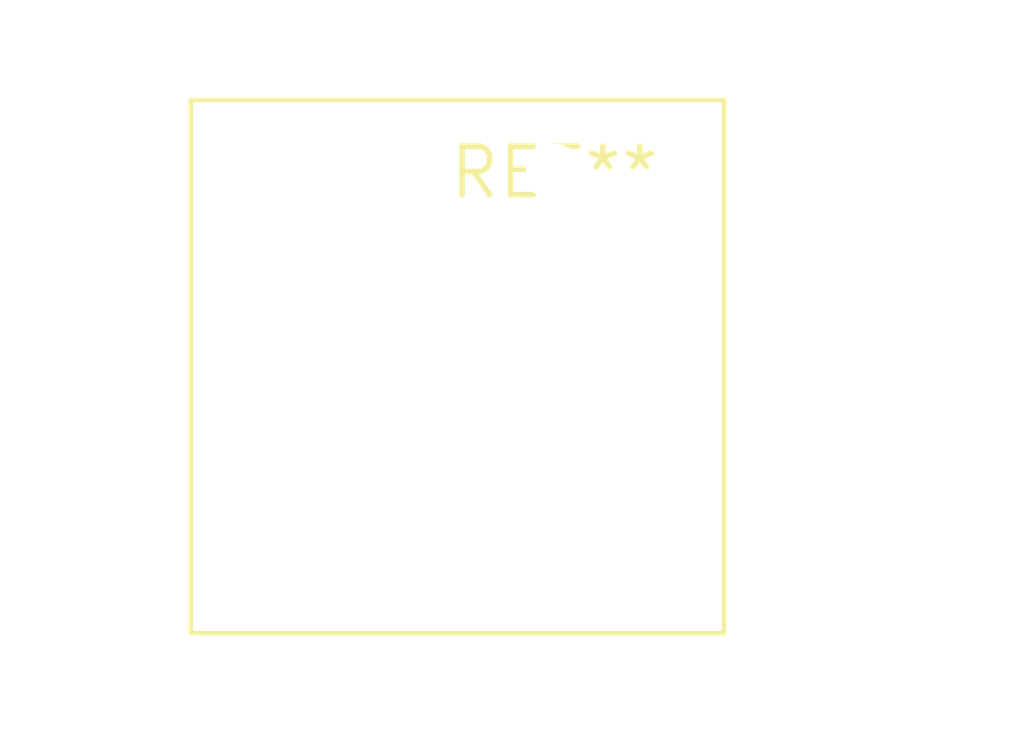
<source format=kicad_pcb>
(kicad_pcb (version 20240108) (generator pcbnew)
  (layers (0 "F.Cu" signal) (31 "B.Cu" signal) (34 "B.Paste" user) (35 "F.Paste" user) (36 "B.SilkS" user "B.Silkscreen") (37 "F.SilkS" user "F.Silkscreen") (38 "B.Mask" user) (39 "F.Mask" user) (44 "Edge.Cuts" user))
  (net 0 "")
  (footprint "SW_Cherry_MX_1.25u_PCB" (layer "F.Cu") (at 0 0)
    (property "Reference" "REF**")
    (property "Value" "SW_Cherry_MX_1.25u_PCB")
    (fp_line (start -9.525 -1.905) (end 4.445 -1.905) (layer "F.SilkS") (stroke (width 0.12)))
    (fp_line (start -9.525 12.065) (end -9.525 -1.905) (layer "F.SilkS") (stroke (width 0.12)))
    (fp_line (start 4.445 -1.905) (end 4.445 12.065) (layer "F.SilkS") (stroke (width 0.12)))
    (fp_line (start 4.445 12.065) (end -9.525 12.065) (layer "F.SilkS") (stroke (width 0.12)))
    (pad "" np_thru_hole circle (at -7.62 5.08) (size 1.7 1.7) (drill 1.7) (layers *.Cu *.Mask))
    (pad "" np_thru_hole circle (at -2.54 5.08) (size 4 4) (drill 4) (layers *.Cu *.Mask))
    (pad "" np_thru_hole circle (at 2.54 5.08) (size 1.7 1.7) (drill 1.7) (layers *.Cu *.Mask))
    (pad "1" thru_hole circle (at 0 0) (size 2.2 2.2) (drill 1.5) (layers *.Cu *.Mask) (remove_unused_layers))
    (pad "2" thru_hole circle (at -6.35 2.54) (size 2.2 2.2) (drill 1.5) (layers *.Cu *.Mask) (remove_unused_layers))
  )
)
</source>
